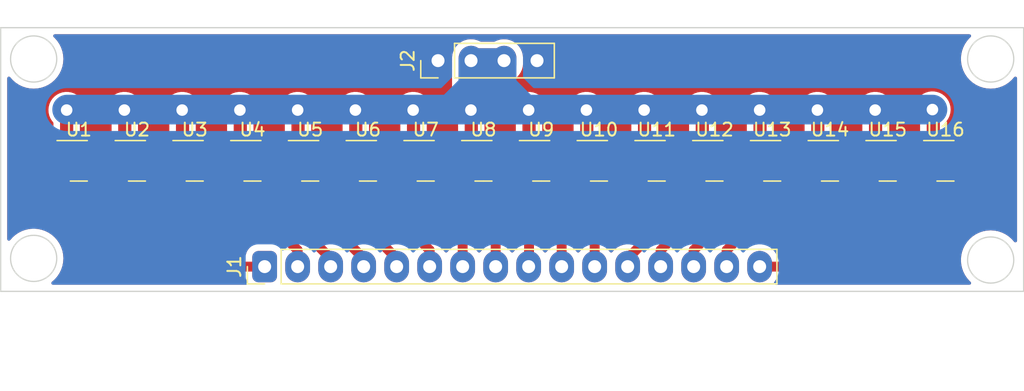
<source format=kicad_pcb>
(kicad_pcb (version 20211014) (generator pcbnew)
  (layers (0 "F.Cu" signal) (31 "B.Cu" signal) (34 "B.Paste" user) (35 "F.Paste" user) (36 "B.SilkS" user "B.Silkscreen") (37 "F.SilkS" user "F.Silkscreen") (38 "B.Mask" user) (39 "F.Mask" user) (44 "Edge.Cuts" user))
  (net 0 "")
  (net 1 "+5V")
  (net 2 "/s16")
  (net 3 "GND")
  (net 4 "/s1")
  (net 5 "/s2")
  (net 6 "/s3")
  (net 7 "/s4")
  (net 8 "/s5")
  (net 9 "/s6")
  (net 10 "/s7")
  (net 11 "/s8")
  (net 12 "/s9")
  (net 13 "/s10")
  (net 14 "/s11")
  (net 15 "/s12")
  (net 16 "/s13")
  (net 17 "/s14")
  (net 18 "/s15")
  (footprint "INEP:SOT-23" (layer "F.Cu") (at 58.1175 33.1216)
    (fp_text reference "U7" (at 0 -2.4) (layer "F.SilkS"))
    (fp_text value "49E")
    (fp_line (start 0 1.56) (end -0.65 1.56) (layer "F.SilkS") (width 0.12))
    (fp_line (start 0 -1.56) (end -1.675 -1.56) (layer "F.SilkS") (width 0.12))
    (fp_line (start 0 1.56) (end 0.65 1.56) (layer "F.SilkS") (width 0.12))
    (fp_line (start 0 -1.56) (end 0.65 -1.56) (layer "F.SilkS") (width 0.12))
    (pad "1" smd roundrect (at -0.9375 -0.95) (size 1.524 1.143) (layers "F.Cu" "F.Paste" "F.Mask") (net 1 "+5V"))
    (pad "2" smd roundrect (at -0.9375 0.95) (size 1.524 1.143) (layers "F.Cu" "F.Paste" "F.Mask") (net 10 "/s7"))
    (pad "3" smd roundrect (at 0.9375 0) (size 1.143 1.524) (layers "F.Cu" "F.Paste" "F.Mask") (net 3 "GND"))
  )
  (footprint "INEP:SOT-23" (layer "F.Cu") (at 75.8975 33.1216)
    (fp_text reference "U11" (at 0 -2.4) (layer "F.SilkS"))
    (fp_text value "49E")
    (fp_line (start 0 -1.56) (end -1.675 -1.56) (layer "F.SilkS") (width 0.12))
    (fp_line (start 0 -1.56) (end 0.65 -1.56) (layer "F.SilkS") (width 0.12))
    (fp_line (start 0 1.56) (end 0.65 1.56) (layer "F.SilkS") (width 0.12))
    (fp_line (start 0 1.56) (end -0.65 1.56) (layer "F.SilkS") (width 0.12))
    (pad "1" smd roundrect (at -0.9375 -0.95) (size 1.524 1.143) (layers "F.Cu" "F.Paste" "F.Mask") (net 1 "+5V"))
    (pad "2" smd roundrect (at -0.9375 0.95) (size 1.524 1.143) (layers "F.Cu" "F.Paste" "F.Mask") (net 14 "/s11"))
    (pad "3" smd roundrect (at 0.9375 0) (size 1.143 1.524) (layers "F.Cu" "F.Paste" "F.Mask") (net 3 "GND"))
  )
  (footprint "Connector_PinHeader_2.54mm:PinHeader_1x16_P2.54mm_Vertical" (layer "F.Cu") (at 45.72 41.275 90)
    (fp_text reference "J1" (at 0 -2.33 90) (layer "F.SilkS"))
    (fp_text value "Conn_01x16_MountingPin")
    (fp_line (start -1.33 0) (end -1.33 -1.33) (layer "F.SilkS") (width 0.12))
    (fp_line (start -1.33 1.27) (end 1.33 1.27) (layer "F.SilkS") (width 0.12))
    (fp_line (start 1.33 1.27) (end 1.33 39.43) (layer "F.SilkS") (width 0.12))
    (fp_line (start -1.33 1.27) (end -1.33 39.43) (layer "F.SilkS") (width 0.12))
    (fp_line (start -1.33 -1.33) (end 0 -1.33) (layer "F.SilkS") (width 0.12))
    (fp_line (start -1.33 39.43) (end 1.33 39.43) (layer "F.SilkS") (width 0.12))
    (pad "1" thru_hole roundrect (at 0 0 90) (size 2.413 1.905) (drill 1) (layers *.Cu *.Mask) (net 4 "/s1"))
    (pad "2" thru_hole oval (at 0 2.54 90) (size 2.413 1.905) (drill 1) (layers *.Cu *.Mask) (net 5 "/s2"))
    (pad "3" thru_hole oval (at 0 5.08 90) (size 2.413 1.905) (drill 1) (layers *.Cu *.Mask) (net 6 "/s3"))
    (pad "4" thru_hole oval (at 0 7.62 90) (size 2.413 1.905) (drill 1) (layers *.Cu *.Mask) (net 7 "/s4"))
    (pad "5" thru_hole oval (at 0 10.16 90) (size 2.413 1.905) (drill 1) (layers *.Cu *.Mask) (net 8 "/s5"))
    (pad "6" thru_hole oval (at 0 12.7 90) (size 2.413 1.905) (drill 1) (layers *.Cu *.Mask) (net 9 "/s6"))
    (pad "7" thru_hole oval (at 0 15.24 90) (size 2.413 1.905) (drill 1) (layers *.Cu *.Mask) (net 10 "/s7"))
    (pad "8" thru_hole oval (at 0 17.78 90) (size 2.413 1.905) (drill 1) (layers *.Cu *.Mask) (net 11 "/s8"))
    (pad "9" thru_hole oval (at 0 20.32 90) (size 2.413 1.905) (drill 1) (layers *.Cu *.Mask) (net 12 "/s9"))
    (pad "10" thru_hole oval (at 0 22.86 90) (size 2.413 1.905) (drill 1) (layers *.Cu *.Mask) (net 13 "/s10"))
    (pad "11" thru_hole oval (at 0 25.4 90) (size 2.413 1.905) (drill 1) (layers *.Cu *.Mask) (net 14 "/s11"))
    (pad "12" thru_hole oval (at 0 27.94 90) (size 2.413 1.905) (drill 1) (layers *.Cu *.Mask) (net 15 "/s12"))
    (pad "13" thru_hole oval (at 0 30.48 90) (size 2.413 1.905) (drill 1) (layers *.Cu *.Mask) (net 16 "/s13"))
    (pad "14" thru_hole oval (at 0 33.02 90) (size 2.413 1.905) (drill 1) (layers *.Cu *.Mask) (net 17 "/s14"))
    (pad "15" thru_hole oval (at 0 35.56 90) (size 2.413 1.905) (drill 1) (layers *.Cu *.Mask) (net 18 "/s15"))
    (pad "16" thru_hole oval (at 0 38.1 90) (size 2.413 1.905) (drill 1) (layers *.Cu *.Mask) (net 2 "/s16"))
  )
  (footprint "INEP:SOT-23" (layer "F.Cu") (at 80.3425 33.1216)
    (fp_text reference "U12" (at 0 -2.4) (layer "F.SilkS"))
    (fp_text value "49E")
    (fp_line (start 0 -1.56) (end -1.675 -1.56) (layer "F.SilkS") (width 0.12))
    (fp_line (start 0 1.56) (end -0.65 1.56) (layer "F.SilkS") (width 0.12))
    (fp_line (start 0 -1.56) (end 0.65 -1.56) (layer "F.SilkS") (width 0.12))
    (fp_line (start 0 1.56) (end 0.65 1.56) (layer "F.SilkS") (width 0.12))
    (pad "1" smd roundrect (at -0.9375 -0.95) (size 1.524 1.143) (layers "F.Cu" "F.Paste" "F.Mask") (net 1 "+5V"))
    (pad "2" smd roundrect (at -0.9375 0.95) (size 1.524 1.143) (layers "F.Cu" "F.Paste" "F.Mask") (net 15 "/s12"))
    (pad "3" smd roundrect (at 0.9375 0) (size 1.143 1.524) (layers "F.Cu" "F.Paste" "F.Mask") (net 3 "GND"))
  )
  (footprint "INEP:SOT-23" (layer "F.Cu") (at 71.4525 33.1216)
    (fp_text reference "U10" (at 0 -2.4) (layer "F.SilkS"))
    (fp_text value "49E")
    (fp_line (start 0 1.56) (end -0.65 1.56) (layer "F.SilkS") (width 0.12))
    (fp_line (start 0 -1.56) (end 0.65 -1.56) (layer "F.SilkS") (width 0.12))
    (fp_line (start 0 -1.56) (end -1.675 -1.56) (layer "F.SilkS") (width 0.12))
    (fp_line (start 0 1.56) (end 0.65 1.56) (layer "F.SilkS") (width 0.12))
    (pad "1" smd roundrect (at -0.9375 -0.95) (size 1.524 1.143) (layers "F.Cu" "F.Paste" "F.Mask") (net 1 "+5V"))
    (pad "2" smd roundrect (at -0.9375 0.95) (size 1.524 1.143) (layers "F.Cu" "F.Paste" "F.Mask") (net 13 "/s10"))
    (pad "3" smd roundrect (at 0.9375 0) (size 1.143 1.524) (layers "F.Cu" "F.Paste" "F.Mask") (net 3 "GND"))
  )
  (footprint "INEP:SOT-23" (layer "F.Cu") (at 49.2275 33.1216)
    (fp_text reference "U5" (at 0 -2.4) (layer "F.SilkS"))
    (fp_text value "49E")
    (fp_line (start 0 -1.56) (end 0.65 -1.56) (layer "F.SilkS") (width 0.12))
    (fp_line (start 0 1.56) (end -0.65 1.56) (layer "F.SilkS") (width 0.12))
    (fp_line (start 0 -1.56) (end -1.675 -1.56) (layer "F.SilkS") (width 0.12))
    (fp_line (start 0 1.56) (end 0.65 1.56) (layer "F.SilkS") (width 0.12))
    (pad "1" smd roundrect (at -0.9375 -0.95) (size 1.524 1.143) (layers "F.Cu" "F.Paste" "F.Mask") (net 1 "+5V"))
    (pad "2" smd roundrect (at -0.9375 0.95) (size 1.524 1.143) (layers "F.Cu" "F.Paste" "F.Mask") (net 8 "/s5"))
    (pad "3" smd roundrect (at 0.9375 0) (size 1.143 1.524) (layers "F.Cu" "F.Paste" "F.Mask") (net 3 "GND"))
  )
  (footprint "INEP:SOT-23" (layer "F.Cu") (at 35.8925 33.1216)
    (fp_text reference "U2" (at 0 -2.4) (layer "F.SilkS"))
    (fp_text value "49E")
    (fp_line (start 0 1.56) (end 0.65 1.56) (layer "F.SilkS") (width 0.12))
    (fp_line (start 0 -1.56) (end 0.65 -1.56) (layer "F.SilkS") (width 0.12))
    (fp_line (start 0 -1.56) (end -1.675 -1.56) (layer "F.SilkS") (width 0.12))
    (fp_line (start 0 1.56) (end -0.65 1.56) (layer "F.SilkS") (width 0.12))
    (pad "1" smd roundrect (at -0.9375 -0.95) (size 1.524 1.143) (layers "F.Cu" "F.Paste" "F.Mask") (net 1 "+5V"))
    (pad "2" smd roundrect (at -0.9375 0.95) (size 1.524 1.143) (layers "F.Cu" "F.Paste" "F.Mask") (net 5 "/s2"))
    (pad "3" smd roundrect (at 0.9375 0) (size 1.143 1.524) (layers "F.Cu" "F.Paste" "F.Mask") (net 3 "GND"))
  )
  (footprint "Connector_PinHeader_2.54mm:PinHeader_1x04_P2.54mm_Vertical" (layer "F.Cu") (at 59.065008 25.4 90)
    (fp_text reference "J2" (at 0 -2.33 90) (layer "F.SilkS"))
    (fp_text value "Conn_01x04")
    (fp_line (start -1.33 8.95) (end 1.33 8.95) (layer "F.SilkS") (width 0.12))
    (fp_line (start -1.33 1.27) (end 1.33 1.27) (layer "F.SilkS") (width 0.12))
    (fp_line (start -1.33 0) (end -1.33 -1.33) (layer "F.SilkS") (width 0.12))
    (fp_line (start -1.33 -1.33) (end 0 -1.33) (layer "F.SilkS") (width 0.12))
    (fp_line (start -1.33 1.27) (end -1.33 8.95) (layer "F.SilkS") (width 0.12))
    (fp_line (start 1.33 1.27) (end 1.33 8.95) (layer "F.SilkS") (width 0.12))
    (pad "1" thru_hole roundrect (at 0 0 90) (size 2.286 1.905) (drill 1) (layers *.Cu *.Mask) (net 3 "GND"))
    (pad "2" thru_hole oval (at 0 2.54 90) (size 2.286 1.905) (drill 1) (layers *.Cu *.Mask) (net 1 "+5V"))
    (pad "3" thru_hole oval (at 0 5.08 90) (size 2.286 1.905) (drill 1) (layers *.Cu *.Mask) (net 1 "+5V"))
    (pad "4" thru_hole oval (at 0 7.62 90) (size 2.286 1.905) (drill 1) (layers *.Cu *.Mask) (net 3 "GND"))
  )
  (footprint "INEP:SOT-23" (layer "F.Cu") (at 84.7875 33.1216)
    (fp_text reference "U13" (at 0 -2.4) (layer "F.SilkS"))
    (fp_text value "49E")
    (fp_line (start 0 -1.56) (end 0.65 -1.56) (layer "F.SilkS") (width 0.12))
    (fp_line (start 0 1.56) (end -0.65 1.56) (layer "F.SilkS") (width 0.12))
    (fp_line (start 0 -1.56) (end -1.675 -1.56) (layer "F.SilkS") (width 0.12))
    (fp_line (start 0 1.56) (end 0.65 1.56) (layer "F.SilkS") (width 0.12))
    (pad "1" smd roundrect (at -0.9375 -0.95) (size 1.524 1.143) (layers "F.Cu" "F.Paste" "F.Mask") (net 1 "+5V"))
    (pad "2" smd roundrect (at -0.9375 0.95) (size 1.524 1.143) (layers "F.Cu" "F.Paste" "F.Mask") (net 16 "/s13"))
    (pad "3" smd roundrect (at 0.9375 0) (size 1.143 1.524) (layers "F.Cu" "F.Paste" "F.Mask") (net 3 "GND"))
  )
  (footprint "INEP:SOT-23" (layer "F.Cu") (at 44.7825 33.1216)
    (fp_text reference "U4" (at 0 -2.4) (layer "F.SilkS"))
    (fp_text value "49E")
    (fp_line (start 0 -1.56) (end -1.675 -1.56) (layer "F.SilkS") (width 0.12))
    (fp_line (start 0 1.56) (end 0.65 1.56) (layer "F.SilkS") (width 0.12))
    (fp_line (start 0 -1.56) (end 0.65 -1.56) (layer "F.SilkS") (width 0.12))
    (fp_line (start 0 1.56) (end -0.65 1.56) (layer "F.SilkS") (width 0.12))
    (pad "1" smd roundrect (at -0.9375 -0.95) (size 1.524 1.143) (layers "F.Cu" "F.Paste" "F.Mask") (net 1 "+5V"))
    (pad "2" smd roundrect (at -0.9375 0.95) (size 1.524 1.143) (layers "F.Cu" "F.Paste" "F.Mask") (net 7 "/s4"))
    (pad "3" smd roundrect (at 0.9375 0) (size 1.143 1.524) (layers "F.Cu" "F.Paste" "F.Mask") (net 3 "GND"))
  )
  (footprint "INEP:SOT-23" (layer "F.Cu") (at 67.0075 33.1216)
    (fp_text reference "U9" (at 0 -2.4) (layer "F.SilkS"))
    (fp_text value "49E")
    (fp_line (start 0 -1.56) (end -1.675 -1.56) (layer "F.SilkS") (width 0.12))
    (fp_line (start 0 1.56) (end -0.65 1.56) (layer "F.SilkS") (width 0.12))
    (fp_line (start 0 1.56) (end 0.65 1.56) (layer "F.SilkS") (width 0.12))
    (fp_line (start 0 -1.56) (end 0.65 -1.56) (layer "F.SilkS") (width 0.12))
    (pad "1" smd roundrect (at -0.9375 -0.95) (size 1.524 1.143) (layers "F.Cu" "F.Paste" "F.Mask") (net 1 "+5V"))
    (pad "2" smd roundrect (at -0.9375 0.95) (size 1.524 1.143) (layers "F.Cu" "F.Paste" "F.Mask") (net 12 "/s9"))
    (pad "3" smd roundrect (at 0.9375 0) (size 1.143 1.524) (layers "F.Cu" "F.Paste" "F.Mask") (net 3 "GND"))
  )
  (footprint "INEP:SOT-23" (layer "F.Cu") (at 93.6775 33.1216)
    (fp_text reference "U15" (at 0 -2.4) (layer "F.SilkS"))
    (fp_text value "49E")
    (fp_line (start 0 -1.56) (end -1.675 -1.56) (layer "F.SilkS") (width 0.12))
    (fp_line (start 0 -1.56) (end 0.65 -1.56) (layer "F.SilkS") (width 0.12))
    (fp_line (start 0 1.56) (end 0.65 1.56) (layer "F.SilkS") (width 0.12))
    (fp_line (start 0 1.56) (end -0.65 1.56) (layer "F.SilkS") (width 0.12))
    (pad "1" smd roundrect (at -0.9375 -0.95) (size 1.524 1.143) (layers "F.Cu" "F.Paste" "F.Mask") (net 1 "+5V"))
    (pad "2" smd roundrect (at -0.9375 0.95) (size 1.524 1.143) (layers "F.Cu" "F.Paste" "F.Mask") (net 18 "/s15"))
    (pad "3" smd roundrect (at 0.9375 0) (size 1.143 1.524) (layers "F.Cu" "F.Paste" "F.Mask") (net 3 "GND"))
  )
  (footprint "INEP:SOT-23" (layer "F.Cu") (at 62.5625 33.1216)
    (fp_text reference "U8" (at 0 -2.4) (layer "F.SilkS"))
    (fp_text value "49E")
    (fp_line (start 0 -1.56) (end -1.675 -1.56) (layer "F.SilkS") (width 0.12))
    (fp_line (start 0 1.56) (end -0.65 1.56) (layer "F.SilkS") (width 0.12))
    (fp_line (start 0 1.56) (end 0.65 1.56) (layer "F.SilkS") (width 0.12))
    (fp_line (start 0 -1.56) (end 0.65 -1.56) (layer "F.SilkS") (width 0.12))
    (pad "1" smd roundrect (at -0.9375 -0.95) (size 1.524 1.143) (layers "F.Cu" "F.Paste" "F.Mask") (net 1 "+5V"))
    (pad "2" smd roundrect (at -0.9375 0.95) (size 1.524 1.143) (layers "F.Cu" "F.Paste" "F.Mask") (net 11 "/s8"))
    (pad "3" smd roundrect (at 0.9375 0) (size 1.143 1.524) (layers "F.Cu" "F.Paste" "F.Mask") (net 3 "GND"))
  )
  (footprint "INEP:SOT-23" (layer "F.Cu") (at 31.4175 33.1216)
    (fp_text reference "U1" (at 0 -2.4) (layer "F.SilkS"))
    (fp_text value "49E")
    (fp_line (start 0 1.56) (end -0.65 1.56) (layer "F.SilkS") (width 0.12))
    (fp_line (start 0 -1.56) (end -1.675 -1.56) (layer "F.SilkS") (width 0.12))
    (fp_line (start 0 -1.56) (end 0.65 -1.56) (layer "F.SilkS") (width 0.12))
    (fp_line (start 0 1.56) (end 0.65 1.56) (layer "F.SilkS") (width 0.12))
    (pad "1" smd roundrect (at -0.9375 -0.95) (size 1.524 1.143) (layers "F.Cu" "F.Paste" "F.Mask") (net 1 "+5V"))
    (pad "2" smd roundrect (at -0.9375 0.95) (size 1.524 1.143) (layers "F.Cu" "F.Paste" "F.Mask") (net 4 "/s1"))
    (pad "3" smd roundrect (at 0.9375 0) (size 1.143 1.524) (layers "F.Cu" "F.Paste" "F.Mask") (net 3 "GND"))
  )
  (footprint "INEP:SOT-23" (layer "F.Cu") (at 89.2325 33.1216)
    (fp_text reference "U14" (at 0 -2.4) (layer "F.SilkS"))
    (fp_text value "49E")
    (fp_line (start 0 1.56) (end -0.65 1.56) (layer "F.SilkS") (width 0.12))
    (fp_line (start 0 -1.56) (end 0.65 -1.56) (layer "F.SilkS") (width 0.12))
    (fp_line (start 0 -1.56) (end -1.675 -1.56) (layer "F.SilkS") (width 0.12))
    (fp_line (start 0 1.56) (end 0.65 1.56) (layer "F.SilkS") (width 0.12))
    (pad "1" smd roundrect (at -0.9375 -0.95) (size 1.524 1.143) (layers "F.Cu" "F.Paste" "F.Mask") (net 1 "+5V"))
    (pad "2" smd roundrect (at -0.9375 0.95) (size 1.524 1.143) (layers "F.Cu" "F.Paste" "F.Mask") (net 17 "/s14"))
    (pad "3" smd roundrect (at 0.9375 0) (size 1.143 1.524) (layers "F.Cu" "F.Paste" "F.Mask") (net 3 "GND"))
  )
  (footprint "INEP:SOT-23" (layer "F.Cu") (at 53.6725 33.1216)
    (fp_text reference "U6" (at 0 -2.4) (layer "F.SilkS"))
    (fp_text value "49E")
    (fp_line (start 0 -1.56) (end -1.675 -1.56) (layer "F.SilkS") (width 0.12))
    (fp_line (start 0 1.56) (end 0.65 1.56) (layer "F.SilkS") (width 0.12))
    (fp_line (start 0 1.56) (end -0.65 1.56) (layer "F.SilkS") (width 0.12))
    (fp_line (start 0 -1.56) (end 0.65 -1.56) (layer "F.SilkS") (width 0.12))
    (pad "1" smd roundrect (at -0.9375 -0.95) (size 1.524 1.143) (layers "F.Cu" "F.Paste" "F.Mask") (net 1 "+5V"))
    (pad "2" smd roundrect (at -0.9375 0.95) (size 1.524 1.143) (layers "F.Cu" "F.Paste" "F.Mask") (net 9 "/s6"))
    (pad "3" smd roundrect (at 0.9375 0) (size 1.143 1.524) (layers "F.Cu" "F.Paste" "F.Mask") (net 3 "GND"))
  )
  (footprint "INEP:SOT-23" (layer "F.Cu") (at 40.3375 33.1216)
    (fp_text reference "U3" (at 0 -2.4) (layer "F.SilkS"))
    (fp_text value "49E")
    (fp_line (start 0 -1.56) (end 0.65 -1.56) (layer "F.SilkS") (width 0.12))
    (fp_line (start 0 1.56) (end -0.65 1.56) (layer "F.SilkS") (width 0.12))
    (fp_line (start 0 1.56) (end 0.65 1.56) (layer "F.SilkS") (width 0.12))
    (fp_line (start 0 -1.56) (end -1.675 -1.56) (layer "F.SilkS") (width 0.12))
    (pad "1" smd roundrect (at -0.9375 -0.95) (size 1.524 1.143) (layers "F.Cu" "F.Paste" "F.Mask") (net 1 "+5V"))
    (pad "2" smd roundrect (at -0.9375 0.95) (size 1.524 1.143) (layers "F.Cu" "F.Paste" "F.Mask") (net 6 "/s3"))
    (pad "3" smd roundrect (at 0.9375 0) (size 1.143 1.524) (layers "F.Cu" "F.Paste" "F.Mask") (net 3 "GND"))
  )
  (footprint "INEP:SOT-23" (layer "F.Cu") (at 98.1225 33.1216)
    (fp_text reference "U16" (at 0 -2.4) (layer "F.SilkS"))
    (fp_text value "49E")
    (fp_line (start 0 1.56) (end 0.65 1.56) (layer "F.SilkS") (width 0.12))
    (fp_line (start 0 -1.56) (end 0.65 -1.56) (layer "F.SilkS") (width 0.12))
    (fp_line (start 0 -1.56) (end -1.675 -1.56) (layer "F.SilkS") (width 0.12))
    (fp_line (start 0 1.56) (end -0.65 1.56) (layer "F.SilkS") (width 0.12))
    (pad "1" smd roundrect (at -0.9375 -0.95) (size 1.524 1.143) (layers "F.Cu" "F.Paste" "F.Mask") (net 1 "+5V"))
    (pad "2" smd roundrect (at -0.9375 0.95) (size 1.524 1.143) (layers "F.Cu" "F.Paste" "F.Mask") (net 2 "/s16"))
    (pad "3" smd roundrect (at 0.9375 0) (size 1.143 1.524) (layers "F.Cu" "F.Paste" "F.Mask") (net 3 "GND"))
  )
  (gr_circle (center 27.94 40.64) (end 29.718 40.64) (layer "Edge.Cuts") (width 0.1) (fill none))
  (gr_circle (center 101.6 40.767) (end 103.378 40.767) (layer "Edge.Cuts") (width 0.1) (fill none))
  (gr_circle (center 27.94 25.273) (end 29.718 25.273) (layer "Edge.Cuts") (width 0.1) (fill none))
  (gr_circle (center 101.6 25.273) (end 103.378 25.273) (layer "Edge.Cuts") (width 0.1) (fill none))
  (gr_rect (start 25.4 22.86) (end 104.14 43.18) (layer "Edge.Cuts") (width 0.1) (fill none))
  (segment (start 66.07 32.1716) (end 66.07 29.24) (width 1.016) (layer "F.Cu") (net 1))
  (segment (start 70.515 29.24) (end 70.485 29.21) (width 1.016) (layer "F.Cu") (net 1))
  (segment (start 83.85 29.24) (end 83.82 29.21) (width 1.016) (layer "F.Cu") (net 1))
  (segment (start 61.605008 27.950008) (end 61.605008 29.199992) (width 1.905) (layer "F.Cu") (net 1))
  (segment (start 66.07 29.24) (end 66.04 29.21) (width 1.016) (layer "F.Cu") (net 1))
  (segment (start 61.605008 25.4) (end 61.605008 27.950008) (width 1.905) (layer "F.Cu") (net 1))
  (segment (start 48.29 29.24) (end 48.26 29.21) (width 1.016) (layer "F.Cu") (net 1))
  (segment (start 61.625 29.24) (end 61.595 29.21) (width 1.016) (layer "F.Cu") (net 1))
  (segment (start 30.48 29.21) (end 30.48 32.1716) (width 1.016) (layer "F.Cu") (net 1))
  (segment (start 74.96 32.1716) (end 74.96 29.24) (width 1.016) (layer "F.Cu") (net 1))
  (segment (start 64.145008 25.410008) (end 61.605008 27.950008) (width 1.905) (layer "F.Cu") (net 1))
  (segment (start 57.18 29.24) (end 57.15 29.21) (width 1.016) (layer "F.Cu") (net 1))
  (segment (start 39.4 32.1716) (end 39.4 29.24) (width 1.016) (layer "F.Cu") (net 1))
  (segment (start 52.735 32.1716) (end 52.735 29.24) (width 1.016) (layer "F.Cu") (net 1))
  (segment (start 83.85 32.1716) (end 83.85 29.24) (width 1.016) (layer "F.Cu") (net 1))
  (segment (start 64.145 25.4) (end 64.145 25.410016) (width 1.016) (layer "F.Cu") (net 1))
  (segment (start 88.295 32.1716) (end 88.295 29.24) (width 1.016) (layer "F.Cu") (net 1))
  (segment (start 79.405 32.1716) (end 79.405 29.24) (width 1.016) (layer "F.Cu") (net 1))
  (segment (start 92.74 29.24) (end 92.71 29.21) (width 1.016) (layer "F.Cu") (net 1))
  (segment (start 97.185 29.237962) (end 97.118141 29.171103) (width 1.016) (layer "F.Cu") (net 1))
  (segment (start 92.74 32.1716) (end 92.74 29.24) (width 1.016) (layer "F.Cu") (net 1))
  (segment (start 43.845 29.24) (end 43.815 29.21) (width 1.016) (layer "F.Cu") (net 1))
  (segment (start 39.4 29.24) (end 39.37 29.21) (width 1.016) (layer "F.Cu") (net 1))
  (segment (start 64.145 25.4) (end 64.135 25.4) (width 1.016) (layer "F.Cu") (net 1))
  (segment (start 74.96 29.24) (end 74.93 29.21) (width 1.016) (layer "F.Cu") (net 1))
  (segment (start 79.405 29.24) (end 79.375 29.21) (width 1.016) (layer "F.Cu") (net 1))
  (segment (start 34.955 29.24) (end 34.925 29.21) (width 1.016) (layer "F.Cu") (net 1))
  (segment (start 34.955 32.1716) (end 34.955 29.24) (width 1.016) (layer "F.Cu") (net 1))
  (segment (start 48.29 32.1716) (end 48.29 29.24) (width 1.016) (layer "F.Cu") (net 1))
  (segment (start 43.845 32.1716) (end 43.845 29.24) (width 1.016) (layer "F.Cu") (net 1))
  (segment (start 52.735 29.24) (end 52.705 29.21) (width 1.016) (layer "F.Cu") (net 1))
  (segment (start 88.295 29.24) (end 88.265 29.21) (width 1.016) (layer "F.Cu") (net 1))
  (segment (start 97.185 32.1716) (end 97.185 29.237962) (width 1.016) (layer "F.Cu") (net 1))
  (segment (start 61.625 32.1716) (end 61.625 29.24) (width 1.016) (layer "F.Cu") (net 1))
  (segment (start 70.515 32.1716) (end 70.515 29.24) (width 1.016) (layer "F.Cu") (net 1))
  (segment (start 61.605008 25.4) (end 64.145008 25.4) (width 1.905) (layer "F.Cu") (net 1))
  (segment (start 57.18 32.1716) (end 57.18 29.24) (width 1.016) (layer "F.Cu") (net 1))
  (via (at 57.15 29.21) (size 1.778) (drill 0.889) (layers "F.Cu" "B.Cu") (net 1))
  (via (at 61.595 29.21) (size 1.778) (drill 0.889) (layers "F.Cu" "B.Cu") (net 1))
  (via (at 92.71 29.21) (size 1.778) (drill 0.889) (layers "F.Cu" "B.Cu") (net 1))
  (via (at 34.925 29.21) (size 1.778) (drill 0.889) (layers "F.Cu" "B.Cu") (net 1))
  (via (at 39.37 29.21) (size 1.778) (drill 0.889) (layers "F.Cu" "B.Cu") (net 1))
  (via (at 70.485 29.21) (size 1.778) (drill 0.889) (layers "F.Cu" "B.Cu") (net 1))
  (via (at 97.118141 29.171103) (size 1.778) (drill 0.889) (layers "F.Cu" "B.Cu") (net 1))
  (via (at 66.04 29.21) (size 1.778) (drill 0.889) (layers "F.Cu" "B.Cu") (net 1))
  (via (at 52.705 29.21) (size 1.778) (drill 0.889) (layers "F.Cu" "B.Cu") (net 1))
  (via (at 74.93 29.21) (size 1.778) (drill 0.889) (layers "F.Cu" "B.Cu") (net 1))
  (via (at 43.815 29.21) (size 1.778) (drill 0.889) (layers "F.Cu" "B.Cu") (net 1))
  (via (at 83.82 29.21) (size 1.778) (drill 0.889) (layers "F.Cu" "B.Cu") (net 1))
  (via (at 88.265 29.21) (size 1.778) (drill 0.889) (layers "F.Cu" "B.Cu") (net 1))
  (via (at 48.26 29.21) (size 1.778) (drill 0.889) (layers "F.Cu" "B.Cu") (net 1))
  (via (at 79.375 29.21) (size 1.778) (drill 0.889) (layers "F.Cu" "B.Cu") (net 1))
  (via (at 30.48 29.21) (size 1.778) (drill 0.889) (layers "F.Cu" "B.Cu") (net 1))
  (segment (start 64.135 25.4) (end 62.5475 26.9875) (width 1.778) (layer "B.Cu") (net 1))
  (segment (start 64.145008 25.4) (end 64.145008 27.315008) (width 1.905) (layer "B.Cu") (net 1))
  (segment (start 30.518887 29.171113) (end 59.728887 29.171113) (width 2.286) (layer "B.Cu") (net 1))
  (segment (start 61.605008 25.4) (end 64.145008 25.4) (width 1.905) (layer "B.Cu") (net 1))
  (segment (start 30.48 29.21) (end 30.518897 29.171103) (width 1.016) (layer "B.Cu") (net 1))
  (segment (start 61.605 25.4) (end 61.605 26.045) (width 1.016) (layer "B.Cu") (net 1))
  (segment (start 61.605008 25.4) (end 61.605008 29.199992) (width 1.905) (layer "B.Cu") (net 1))
  (segment (start 64.145 25.4) (end 64.135 25.4) (width 1.016) (layer "B.Cu") (net 1))
  (segment (start 61.605008 26.045008) (end 62.5475 26.9875) (width 1.905) (layer "B.Cu") (net 1))
  (segment (start 61.605008 25.4) (end 61.605008 27.294992) (width 1.905) (layer "B.Cu") (net 1))
  (segment (start 61.605 29.2) (end 61.595 29.21) (width 1.016) (layer "B.Cu") (net 1))
  (segment (start 64.145008 27.315008) (end 66.04 29.21) (width 1.905) (layer "B.Cu") (net 1))
  (segment (start 61.605008 27.294992) (end 59.728887 29.171113) (width 1.905) (layer "B.Cu") (net 1))
  (segment (start 62.5475 26.9875) (end 64.731113 29.171113) (width 1.778) (layer "B.Cu") (net 1))
  (segment (start 64.731113 29.171113) (end 97.118145 29.171113) (width 2.286) (layer "B.Cu") (net 1))
  (segment (start 59.728887 29.171113) (end 64.731113 29.171113) (width 2.286) (layer "B.Cu") (net 1))
  (segment (start 97.185 34.0716) (end 89.9816 41.275) (width 0.762) (layer "F.Cu") (net 2))
  (segment (start 89.9816 41.275) (end 83.82 41.275) (width 0.762) (layer "F.Cu") (net 2))
  (segment (start 37.6834 41.275) (end 45.72 41.275) (width 0.762) (layer "F.Cu") (net 4))
  (segment (start 30.48 34.0716) (end 37.6834 41.275) (width 0.762) (layer "F.Cu") (net 4))
  (segment (start 34.955 34.0716) (end 39.6184 38.735) (width 0.762) (layer "F.Cu") (net 5))
  (segment (start 39.6184 38.735) (end 46.99 38.735) (width 0.762) (layer "F.Cu") (net 5))
  (segment (start 48.26 40.005) (end 48.26 41.275) (width 0.762) (layer "F.Cu") (net 5))
  (segment (start 46.99 38.735) (end 48.26 40.005) (width 0.762) (layer "F.Cu") (net 5))
  (segment (start 47.625 37.465) (end 50.8 40.64) (width 0.762) (layer "F.Cu") (net 6))
  (segment (start 41.91 37.465) (end 47.625 37.465) (width 0.762) (layer "F.Cu") (net 6))
  (segment (start 39.4 34.955) (end 41.91 37.465) (width 0.762) (layer "F.Cu") (net 6))
  (segment (start 39.4 34.0716) (end 39.4 34.955) (width 0.762) (layer "F.Cu") (net 6))
  (segment (start 50.8 40.64) (end 50.8 41.275) (width 0.762) (layer "F.Cu") (net 6))
  (segment (start 45.085 36.195) (end 48.895 36.195) (width 0.762) (layer "F.Cu") (net 7))
  (segment (start 48.895 36.195) (end 53.34 40.64) (width 0.762) (layer "F.Cu") (net 7))
  (segment (start 43.845 34.0716) (end 43.845 34.955) (width 0.762) (layer "F.Cu") (net 7))
  (segment (start 43.845 34.955) (end 45.085 36.195) (width 0.762) (layer "F.Cu") (net 7))
  (segment (start 53.34 40.64) (end 53.34 41.275) (width 0.762) (layer "F.Cu") (net 7))
  (segment (start 50.165 34.925) (end 55.88 40.64) (width 0.762) (layer "F.Cu") (net 8))
  (segment (start 48.895 34.925) (end 50.165 34.925) (width 0.762) (layer "F.Cu") (net 8))
  (segment (start 55.88 40.64) (end 55.88 41.275) (width 0.762) (layer "F.Cu") (net 8))
  (segment (start 48.29 34.32) (end 48.895 34.925) (width 0.762) (layer "F.Cu") (net 8))
  (segment (start 48.29 34.0716) (end 48.29 34.32) (width 0.762) (layer "F.Cu") (net 8))
  (segment (start 52.735 34.0716) (end 52.735 34.32) (width 0.762) (layer "F.Cu") (net 9))
  (segment (start 52.735 34.32) (end 58.42 40.005) (width 0.762) (layer "F.Cu") (net 9))
  (segment (start 58.42 40.005) (end 58.42 41.275) (width 0.762) (layer "F.Cu") (net 9))
  (segment (start 60.96 39.37) (end 60.96 41.275) (width 0.762) (layer "F.Cu") (net 10))
  (segment (start 57.18 35.59) (end 60.96 39.37) (width 0.762) (layer "F.Cu") (net 10))
  (segment (start 57.18 34.0716) (end 57.18 35.59) (width 0.762) (layer "F.Cu") (net 10))
  (segment (start 61.625 35.59) (end 63.5 37.465) (width 0.762) (layer "F.Cu") (net 11))
  (segment (start 63.5 37.465) (end 63.5 41.275) (width 0.762) (layer "F.Cu") (net 11))
  (segment (start 61.625 34.0716) (end 61.625 35.59) (width 0.762) (layer "F.Cu") (net 11))
  (segment (start 66.07 34.0716) (end 66.07 41.245) (width 0.762) (layer "F.Cu") (net 12))
  (segment (start 66.07 41.245) (end 66.04 41.275) (width 0.762) (layer "F.Cu") (net 12))
  (segment (start 68.58 36.195) (end 68.58 41.275) (width 0.762) (layer "F.Cu") (net 13))
  (segment (start 70.515 34.26) (end 68.58 36.195) (width 0.762) (layer "F.Cu") (net 13))
  (segment (start 70.515 34.0716) (end 70.515 34.26) (width 0.762) (layer "F.Cu") (net 13))
  (segment (start 71.12 39.37) (end 71.12 41.275) (width 0.762) (layer "F.Cu") (net 14))
  (segment (start 74.96 34.0716) (end 74.96 35.53) (width 0.762) (layer "F.Cu") (net 14))
  (segment (start 74.96 35.53) (end 71.12 39.37) (width 0.762) (layer "F.Cu") (net 14))
  (segment (start 79.405 34.0716) (end 79.405 34.895) (width 0.762) (layer "F.Cu") (net 15))
  (segment (start 79.405 34.895) (end 73.66 40.64) (width 0.762) (layer "F.Cu") (net 15))
  (segment (start 73.66 40.64) (end 73.66 41.275) (width 0.762) (layer "F.Cu") (net 15))
  (segment (start 76.2 40.005) (end 76.2 41.275) (width 0.762) (layer "F.Cu") (net 16))
  (segment (start 82.55 36.195) (end 80.01 36.195) (width 0.762) (layer "F.Cu") (net 16))
  (segment (start 80.01 36.195) (end 76.2 40.005) (width 0.762) (layer "F.Cu") (net 16))
  (segment (start 83.85 34.0716) (end 83.85 34.895) (width 0.762) (layer "F.Cu") (net 16))
  (segment (start 83.85 34.895) (end 82.55 36.195) (width 0.762) (layer "F.Cu") (net 16))
  (segment (start 88.295 36.8) (end 87.63 37.465) (width 0.762) (layer "F.Cu") (net 17))
  (segment (start 87.63 37.465) (end 81.28 37.465) (width 0.762) (layer "F.Cu") (net 17))
  (segment (start 81.28 37.465) (end 78.74 40.005) (width 0.762) (layer "F.Cu") (net 17))
  (segment (start 88.295 34.0716) (end 88.295 36.8) (width 0.762) (layer "F.Cu") (net 17))
  (segment (start 78.74 40.005) (end 78.74 41.275) (width 0.762) (layer "F.Cu") (net 17))
  (segment (start 89.535 38.735) (end 82.55 38.735) (width 0.762) (layer "F.Cu") (net 18))
  (segment (start 82.55 38.735) (end 81.28 40.005) (width 0.762) (layer "F.Cu") (net 18))
  (segment (start 92.71 35.56) (end 89.535 38.735) (width 0.762) (layer "F.Cu") (net 18))
  (segment (start 92.71 34.1016) (end 92.71 35.56) (width 0.762) (layer "F.Cu") (net 18))
  (segment (start 81.28 40.005) (end 81.28 41.275) (width 0.762) (layer "F.Cu") (net 18))
  (segment (start 92.74 34.0716) (end 92.71 34.1016) (width 0.762) (layer "F.Cu") (net 18))
  (zone (net 3) (net_name "GND") (layers F&B.Cu) (connect_pads yes (clearance 0.508)) (min_thickness 0.254) (fill yes (thermal_gap 0.508) (thermal_bridge_width 0.508))
    (polygon (pts (xy 104.14 43.18) (xy 25.4 43.18) (xy 25.4 22.86) (xy 104.14 22.86)))
  )
)
</source>
